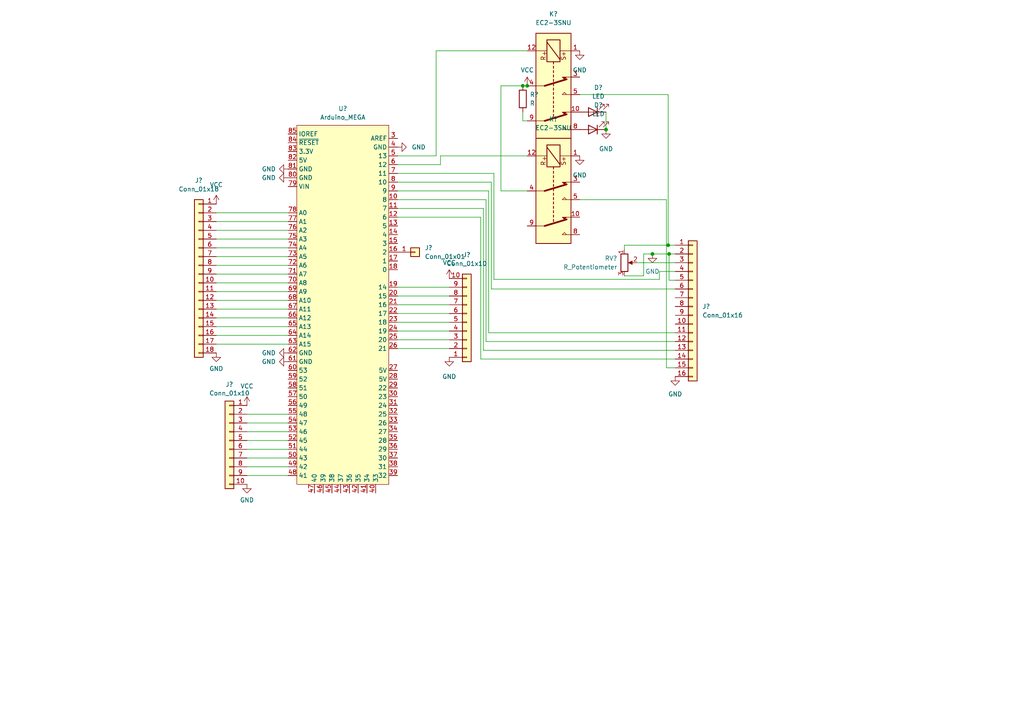
<source format=kicad_sch>
(kicad_sch (version 20211123) (generator eeschema)
  (paper "A4")
  (lib_symbols
    (symbol "Connector_Generic:Conn_01x01" (pin_names (offset 1.016) hide)
      (property "Reference" "J" (at 0 2.54 0))
      (property "Value" "Conn_01x01" (at 0 -2.54 0))
      (symbol "Conn_01x01_1_1"
        (rectangle (start -1.27 0.127) (end 0 -0.127) (stroke (width 0.1524)))
        (rectangle (start -1.27 1.27) (end 1.27 -1.27) (stroke (width 0.254)) (fill (type background)))
        (pin passive line (at -5.08 0 0) (length 3.81) (name "Pin_1") (number "1"))
      )
    )
    (symbol "Connector_Generic:Conn_01x10" (pin_names (offset 1.016) hide)
      (property "Reference" "J" (at 0 12.7 0))
      (property "Value" "Conn_01x10" (at 0 -15.24 0))
      (symbol "Conn_01x10_1_1"
        (rectangle (start -1.27 -12.573) (end 0 -12.827) (stroke (width 0.1524)))
        (rectangle (start -1.27 -10.033) (end 0 -10.287) (stroke (width 0.1524)))
        (rectangle (start -1.27 -7.493) (end 0 -7.747) (stroke (width 0.1524)))
        (rectangle (start -1.27 -4.953) (end 0 -5.207) (stroke (width 0.1524)))
        (rectangle (start -1.27 -2.413) (end 0 -2.667) (stroke (width 0.1524)))
        (rectangle (start -1.27 0.127) (end 0 -0.127) (stroke (width 0.1524)))
        (rectangle (start -1.27 2.667) (end 0 2.413) (stroke (width 0.1524)))
        (rectangle (start -1.27 5.207) (end 0 4.953) (stroke (width 0.1524)))
        (rectangle (start -1.27 7.747) (end 0 7.493) (stroke (width 0.1524)))
        (rectangle (start -1.27 10.287) (end 0 10.033) (stroke (width 0.1524)))
        (rectangle (start -1.27 11.43) (end 1.27 -13.97) (stroke (width 0.254)) (fill (type background)))
        (pin passive line (at -5.08 10.16 0) (length 3.81) (name "Pin_1") (number "1"))
        (pin passive line (at -5.08 -12.7 0) (length 3.81) (name "Pin_10") (number "10"))
        (pin passive line (at -5.08 7.62 0) (length 3.81) (name "Pin_2") (number "2"))
        (pin passive line (at -5.08 5.08 0) (length 3.81) (name "Pin_3") (number "3"))
        (pin passive line (at -5.08 2.54 0) (length 3.81) (name "Pin_4") (number "4"))
        (pin passive line (at -5.08 0 0) (length 3.81) (name "Pin_5") (number "5"))
        (pin passive line (at -5.08 -2.54 0) (length 3.81) (name "Pin_6") (number "6"))
        (pin passive line (at -5.08 -5.08 0) (length 3.81) (name "Pin_7") (number "7"))
        (pin passive line (at -5.08 -7.62 0) (length 3.81) (name "Pin_8") (number "8"))
        (pin passive line (at -5.08 -10.16 0) (length 3.81) (name "Pin_9") (number "9"))
      )
    )
    (symbol "Connector_Generic:Conn_01x16" (pin_names (offset 1.016) hide)
      (property "Reference" "J" (at 0 20.32 0))
      (property "Value" "Conn_01x16" (at 0 -22.86 0))
      (symbol "Conn_01x16_1_1"
        (rectangle (start -1.27 -20.193) (end 0 -20.447) (stroke (width 0.1524)))
        (rectangle (start -1.27 -17.653) (end 0 -17.907) (stroke (width 0.1524)))
        (rectangle (start -1.27 -15.113) (end 0 -15.367) (stroke (width 0.1524)))
        (rectangle (start -1.27 -12.573) (end 0 -12.827) (stroke (width 0.1524)))
        (rectangle (start -1.27 -10.033) (end 0 -10.287) (stroke (width 0.1524)))
        (rectangle (start -1.27 -7.493) (end 0 -7.747) (stroke (width 0.1524)))
        (rectangle (start -1.27 -4.953) (end 0 -5.207) (stroke (width 0.1524)))
        (rectangle (start -1.27 -2.413) (end 0 -2.667) (stroke (width 0.1524)))
        (rectangle (start -1.27 0.127) (end 0 -0.127) (stroke (width 0.1524)))
        (rectangle (start -1.27 2.667) (end 0 2.413) (stroke (width 0.1524)))
        (rectangle (start -1.27 5.207) (end 0 4.953) (stroke (width 0.1524)))
        (rectangle (start -1.27 7.747) (end 0 7.493) (stroke (width 0.1524)))
        (rectangle (start -1.27 10.287) (end 0 10.033) (stroke (width 0.1524)))
        (rectangle (start -1.27 12.827) (end 0 12.573) (stroke (width 0.1524)))
        (rectangle (start -1.27 15.367) (end 0 15.113) (stroke (width 0.1524)))
        (rectangle (start -1.27 17.907) (end 0 17.653) (stroke (width 0.1524)))
        (rectangle (start -1.27 19.05) (end 1.27 -21.59) (stroke (width 0.254)) (fill (type background)))
        (pin passive line (at -5.08 17.78 0) (length 3.81) (name "Pin_1") (number "1"))
        (pin passive line (at -5.08 -5.08 0) (length 3.81) (name "Pin_10") (number "10"))
        (pin passive line (at -5.08 -7.62 0) (length 3.81) (name "Pin_11") (number "11"))
        (pin passive line (at -5.08 -10.16 0) (length 3.81) (name "Pin_12") (number "12"))
        (pin passive line (at -5.08 -12.7 0) (length 3.81) (name "Pin_13") (number "13"))
        (pin passive line (at -5.08 -15.24 0) (length 3.81) (name "Pin_14") (number "14"))
        (pin passive line (at -5.08 -17.78 0) (length 3.81) (name "Pin_15") (number "15"))
        (pin passive line (at -5.08 -20.32 0) (length 3.81) (name "Pin_16") (number "16"))
        (pin passive line (at -5.08 15.24 0) (length 3.81) (name "Pin_2") (number "2"))
        (pin passive line (at -5.08 12.7 0) (length 3.81) (name "Pin_3") (number "3"))
        (pin passive line (at -5.08 10.16 0) (length 3.81) (name "Pin_4") (number "4"))
        (pin passive line (at -5.08 7.62 0) (length 3.81) (name "Pin_5") (number "5"))
        (pin passive line (at -5.08 5.08 0) (length 3.81) (name "Pin_6") (number "6"))
        (pin passive line (at -5.08 2.54 0) (length 3.81) (name "Pin_7") (number "7"))
        (pin passive line (at -5.08 0 0) (length 3.81) (name "Pin_8") (number "8"))
        (pin passive line (at -5.08 -2.54 0) (length 3.81) (name "Pin_9") (number "9"))
      )
    )
    (symbol "Connector_Generic:Conn_01x18" (pin_names (offset 1.016) hide)
      (property "Reference" "J" (at 0 22.86 0))
      (property "Value" "Conn_01x18" (at 0 -25.4 0))
      (symbol "Conn_01x18_1_1"
        (rectangle (start -1.27 -22.733) (end 0 -22.987) (stroke (width 0.1524)))
        (rectangle (start -1.27 -20.193) (end 0 -20.447) (stroke (width 0.1524)))
        (rectangle (start -1.27 -17.653) (end 0 -17.907) (stroke (width 0.1524)))
        (rectangle (start -1.27 -15.113) (end 0 -15.367) (stroke (width 0.1524)))
        (rectangle (start -1.27 -12.573) (end 0 -12.827) (stroke (width 0.1524)))
        (rectangle (start -1.27 -10.033) (end 0 -10.287) (stroke (width 0.1524)))
        (rectangle (start -1.27 -7.493) (end 0 -7.747) (stroke (width 0.1524)))
        (rectangle (start -1.27 -4.953) (end 0 -5.207) (stroke (width 0.1524)))
        (rectangle (start -1.27 -2.413) (end 0 -2.667) (stroke (width 0.1524)))
        (rectangle (start -1.27 0.127) (end 0 -0.127) (stroke (width 0.1524)))
        (rectangle (start -1.27 2.667) (end 0 2.413) (stroke (width 0.1524)))
        (rectangle (start -1.27 5.207) (end 0 4.953) (stroke (width 0.1524)))
        (rectangle (start -1.27 7.747) (end 0 7.493) (stroke (width 0.1524)))
        (rectangle (start -1.27 10.287) (end 0 10.033) (stroke (width 0.1524)))
        (rectangle (start -1.27 12.827) (end 0 12.573) (stroke (width 0.1524)))
        (rectangle (start -1.27 15.367) (end 0 15.113) (stroke (width 0.1524)))
        (rectangle (start -1.27 17.907) (end 0 17.653) (stroke (width 0.1524)))
        (rectangle (start -1.27 20.447) (end 0 20.193) (stroke (width 0.1524)))
        (rectangle (start -1.27 21.59) (end 1.27 -24.13) (stroke (width 0.254)) (fill (type background)))
        (pin passive line (at -5.08 20.32 0) (length 3.81) (name "Pin_1") (number "1"))
        (pin passive line (at -5.08 -2.54 0) (length 3.81) (name "Pin_10") (number "10"))
        (pin passive line (at -5.08 -5.08 0) (length 3.81) (name "Pin_11") (number "11"))
        (pin passive line (at -5.08 -7.62 0) (length 3.81) (name "Pin_12") (number "12"))
        (pin passive line (at -5.08 -10.16 0) (length 3.81) (name "Pin_13") (number "13"))
        (pin passive line (at -5.08 -12.7 0) (length 3.81) (name "Pin_14") (number "14"))
        (pin passive line (at -5.08 -15.24 0) (length 3.81) (name "Pin_15") (number "15"))
        (pin passive line (at -5.08 -17.78 0) (length 3.81) (name "Pin_16") (number "16"))
        (pin passive line (at -5.08 -20.32 0) (length 3.81) (name "Pin_17") (number "17"))
        (pin passive line (at -5.08 -22.86 0) (length 3.81) (name "Pin_18") (number "18"))
        (pin passive line (at -5.08 17.78 0) (length 3.81) (name "Pin_2") (number "2"))
        (pin passive line (at -5.08 15.24 0) (length 3.81) (name "Pin_3") (number "3"))
        (pin passive line (at -5.08 12.7 0) (length 3.81) (name "Pin_4") (number "4"))
        (pin passive line (at -5.08 10.16 0) (length 3.81) (name "Pin_5") (number "5"))
        (pin passive line (at -5.08 7.62 0) (length 3.81) (name "Pin_6") (number "6"))
        (pin passive line (at -5.08 5.08 0) (length 3.81) (name "Pin_7") (number "7"))
        (pin passive line (at -5.08 2.54 0) (length 3.81) (name "Pin_8") (number "8"))
        (pin passive line (at -5.08 0 0) (length 3.81) (name "Pin_9") (number "9"))
      )
    )
    (symbol "Device:LED" (pin_numbers hide) (pin_names (offset 1.016) hide)
      (property "Reference" "D" (at 0 2.54 0))
      (property "Value" "LED" (at 0 -2.54 0))
      (symbol "LED_0_1"
        (polyline (pts (xy -1.27 -1.27) (xy -1.27 1.27)) (stroke (width 0.254)))
        (polyline (pts (xy -1.27 0) (xy 1.27 0)))
        (polyline (pts (xy 1.27 -1.27) (xy 1.27 1.27) (xy -1.27 0) (xy 1.27 -1.27)) (stroke (width 0.254)))
        (polyline (pts (xy -3.048 -0.762) (xy -4.572 -2.286) (xy -3.81 -2.286) (xy -4.572 -2.286) (xy -4.572 -1.524)))
        (polyline (pts (xy -1.778 -0.762) (xy -3.302 -2.286) (xy -2.54 -2.286) (xy -3.302 -2.286) (xy -3.302 -1.524)))
      )
      (symbol "LED_1_1"
        (pin passive line (at -3.81 0 0) (length 2.54) (name "K") (number "1"))
        (pin passive line (at 3.81 0 180) (length 2.54) (name "A") (number "2"))
      )
    )
    (symbol "Device:R" (pin_numbers hide) (pin_names (offset 0))
      (property "Reference" "R" (at 2.032 0 90))
      (property "Value" "R" (at 0 0 90))
      (symbol "R_0_1"
        (rectangle (start -1.016 -2.54) (end 1.016 2.54) (stroke (width 0.254)))
      )
      (symbol "R_1_1"
        (pin passive line (at 0 3.81 270) (length 1.27) (name "~") (number "1"))
        (pin passive line (at 0 -3.81 90) (length 1.27) (name "~") (number "2"))
      )
    )
    (symbol "Device:R_Potentiometer" (pin_names (offset 1.016) hide)
      (property "Reference" "RV" (at -4.445 0 90))
      (property "Value" "R_Potentiometer" (at -2.54 0 90))
      (symbol "R_Potentiometer_0_1"
        (polyline (pts (xy 2.54 0) (xy 1.524 0)))
        (polyline (pts (xy 1.143 0) (xy 2.286 0.508) (xy 2.286 -0.508) (xy 1.143 0)) (fill (type outline)))
        (rectangle (start 1.016 2.54) (end -1.016 -2.54) (stroke (width 0.254)))
      )
      (symbol "R_Potentiometer_1_1"
        (pin passive line (at 0 3.81 270) (length 1.27) (name "1") (number "1"))
        (pin passive line (at 3.81 0 180) (length 1.27) (name "2") (number "2"))
        (pin passive line (at 0 -3.81 90) (length 1.27) (name "3") (number "3"))
      )
    )
    (symbol "MyCustomLib:Arduino_MEGA"
      (property "Reference" "U" (at 0 0 0))
      (property "Value" "Arduino_MEGA" (at 0 0 0))
      (symbol "Arduino_MEGA_0_1"
        (rectangle (start -6.35 -5.08) (end 20.32 -109.22) (fill (type background)))
      )
      (symbol "Arduino_MEGA_1_1"
        (pin bidirectional line (at 22.86 -26.67 180) (length 2.54) (name "8") (number "10"))
        (pin bidirectional line (at 22.86 -29.21 180) (length 2.54) (name "7") (number "11"))
        (pin bidirectional line (at 22.86 -31.75 180) (length 2.54) (name "6") (number "12"))
        (pin bidirectional line (at 22.86 -34.29 180) (length 2.54) (name "5") (number "13"))
        (pin bidirectional line (at 22.86 -36.83 180) (length 2.54) (name "4") (number "14"))
        (pin bidirectional line (at 22.86 -39.37 180) (length 2.54) (name "3") (number "15"))
        (pin bidirectional line (at 22.86 -41.91 180) (length 2.54) (name "2") (number "16"))
        (pin bidirectional line (at 22.86 -44.45 180) (length 2.54) (name "1") (number "17"))
        (pin bidirectional line (at 22.86 -46.99 180) (length 2.54) (name "0") (number "18"))
        (pin bidirectional line (at 22.86 -52.07 180) (length 2.54) (name "14") (number "19"))
        (pin bidirectional line (at 22.86 -54.61 180) (length 2.54) (name "15") (number "20"))
        (pin bidirectional line (at 22.86 -57.15 180) (length 2.54) (name "16") (number "21"))
        (pin bidirectional line (at 22.86 -59.69 180) (length 2.54) (name "17") (number "22"))
        (pin bidirectional line (at 22.86 -62.23 180) (length 2.54) (name "18") (number "23"))
        (pin bidirectional line (at 22.86 -64.77 180) (length 2.54) (name "19") (number "24"))
        (pin bidirectional line (at 22.86 -67.31 180) (length 2.54) (name "20") (number "25"))
        (pin bidirectional line (at 22.86 -69.85 180) (length 2.54) (name "21") (number "26"))
        (pin power_in line (at 22.86 -76.2 180) (length 2.54) (name "5V") (number "27"))
        (pin power_in line (at 22.86 -78.74 180) (length 2.54) (name "5V") (number "28"))
        (pin bidirectional line (at 22.86 -81.28 180) (length 2.54) (name "22") (number "29"))
        (pin bidirectional line (at 22.86 -8.89 180) (length 2.54) (name "AREF") (number "3"))
        (pin bidirectional line (at 22.86 -83.82 180) (length 2.54) (name "23") (number "30"))
        (pin bidirectional line (at 22.86 -86.36 180) (length 2.54) (name "24") (number "31"))
        (pin bidirectional line (at 22.86 -88.9 180) (length 2.54) (name "25") (number "32"))
        (pin bidirectional line (at 22.86 -91.44 180) (length 2.54) (name "26") (number "33"))
        (pin bidirectional line (at 22.86 -93.98 180) (length 2.54) (name "27") (number "34"))
        (pin bidirectional line (at 22.86 -96.52 180) (length 2.54) (name "28") (number "35"))
        (pin bidirectional line (at 22.86 -99.06 180) (length 2.54) (name "29") (number "36"))
        (pin bidirectional line (at 22.86 -101.6 180) (length 2.54) (name "30") (number "37"))
        (pin bidirectional line (at 22.86 -104.14 180) (length 2.54) (name "31") (number "38"))
        (pin bidirectional line (at 22.86 -106.68 180) (length 2.54) (name "32") (number "39"))
        (pin bidirectional line (at 22.86 -11.43 180) (length 2.54) (name "GND") (number "4"))
        (pin bidirectional line (at 16.51 -111.76 90) (length 2.54) (name "33") (number "40"))
        (pin bidirectional line (at 13.97 -111.76 90) (length 2.54) (name "34") (number "41"))
        (pin bidirectional line (at 11.43 -111.76 90) (length 2.54) (name "35") (number "42"))
        (pin bidirectional line (at 8.89 -111.76 90) (length 2.54) (name "36") (number "43"))
        (pin bidirectional line (at 6.35 -111.76 90) (length 2.54) (name "37") (number "44"))
        (pin bidirectional line (at 3.81 -111.76 90) (length 2.54) (name "38") (number "45"))
        (pin bidirectional line (at 1.27 -111.76 90) (length 2.54) (name "39") (number "46"))
        (pin bidirectional line (at -1.27 -111.76 90) (length 2.54) (name "40") (number "47"))
        (pin bidirectional line (at -8.89 -106.68 0) (length 2.54) (name "41") (number "48"))
        (pin bidirectional line (at -8.89 -104.14 0) (length 2.54) (name "42") (number "49"))
        (pin bidirectional line (at 22.86 -13.97 180) (length 2.54) (name "13") (number "5"))
        (pin bidirectional line (at -8.89 -101.6 0) (length 2.54) (name "43") (number "50"))
        (pin bidirectional line (at -8.89 -99.06 0) (length 2.54) (name "44") (number "51"))
        (pin bidirectional line (at -8.89 -96.52 0) (length 2.54) (name "45") (number "52"))
        (pin bidirectional line (at -8.89 -93.98 0) (length 2.54) (name "46") (number "53"))
        (pin bidirectional line (at -8.89 -91.44 0) (length 2.54) (name "47") (number "54"))
        (pin bidirectional line (at -8.89 -88.9 0) (length 2.54) (name "48") (number "55"))
        (pin bidirectional line (at -8.89 -86.36 0) (length 2.54) (name "49") (number "56"))
        (pin bidirectional line (at -8.89 -83.82 0) (length 2.54) (name "50") (number "57"))
        (pin bidirectional line (at -8.89 -81.28 0) (length 2.54) (name "51") (number "58"))
        (pin bidirectional line (at -8.89 -78.74 0) (length 2.54) (name "52") (number "59"))
        (pin bidirectional line (at 22.86 -16.51 180) (length 2.54) (name "12") (number "6"))
        (pin bidirectional line (at -8.89 -76.2 0) (length 2.54) (name "53") (number "60"))
        (pin power_out line (at -8.89 -73.66 0) (length 2.54) (name "GND") (number "61"))
        (pin power_out line (at -8.89 -71.12 0) (length 2.54) (name "GND") (number "62"))
        (pin bidirectional line (at -8.89 -68.58 0) (length 2.54) (name "A15") (number "63"))
        (pin bidirectional line (at -8.89 -66.04 0) (length 2.54) (name "A14") (number "64"))
        (pin bidirectional line (at -8.89 -63.5 0) (length 2.54) (name "A13") (number "65"))
        (pin bidirectional line (at -8.89 -60.96 0) (length 2.54) (name "A12") (number "66"))
        (pin bidirectional line (at -8.89 -58.42 0) (length 2.54) (name "A11") (number "67"))
        (pin bidirectional line (at -8.89 -55.88 0) (length 2.54) (name "A10") (number "68"))
        (pin bidirectional line (at -8.89 -53.34 0) (length 2.54) (name "A9") (number "69"))
        (pin bidirectional line (at 22.86 -19.05 180) (length 2.54) (name "11") (number "7"))
        (pin bidirectional line (at -8.89 -50.8 0) (length 2.54) (name "A8") (number "70"))
        (pin bidirectional line (at -8.89 -48.26 0) (length 2.54) (name "A7") (number "71"))
        (pin bidirectional line (at -8.89 -45.72 0) (length 2.54) (name "A6") (number "72"))
        (pin bidirectional line (at -8.89 -43.18 0) (length 2.54) (name "A5") (number "73"))
        (pin bidirectional line (at -8.89 -40.64 0) (length 2.54) (name "A4") (number "74"))
        (pin bidirectional line (at -8.89 -38.1 0) (length 2.54) (name "A3") (number "75"))
        (pin bidirectional line (at -8.89 -35.56 0) (length 2.54) (name "A2") (number "76"))
        (pin bidirectional line (at -8.89 -33.02 0) (length 2.54) (name "A1") (number "77"))
        (pin bidirectional line (at -8.89 -30.48 0) (length 2.54) (name "A0") (number "78"))
        (pin power_in line (at -8.89 -22.86 0) (length 2.54) (name "VIN") (number "79"))
        (pin bidirectional line (at 22.86 -21.59 180) (length 2.54) (name "10") (number "8"))
        (pin power_in line (at -8.89 -20.32 0) (length 2.54) (name "GND") (number "80"))
        (pin power_in line (at -8.89 -17.78 0) (length 2.54) (name "GND") (number "81"))
        (pin power_in line (at -8.89 -15.24 0) (length 2.54) (name "5V") (number "82"))
        (pin power_in line (at -8.89 -12.7 0) (length 2.54) (name "3.3V") (number "83"))
        (pin input line (at -8.89 -10.16 0) (length 2.54) (name "~{RESET}") (number "84"))
        (pin input line (at -8.89 -7.62 0) (length 2.54) (name "IOREF") (number "85"))
        (pin bidirectional line (at 22.86 -24.13 180) (length 2.54) (name "9") (number "9"))
      )
    )
    (symbol "Relay:EC2-3SNU"
      (property "Reference" "K" (at 15.24 8.89 0))
      (property "Value" "EC2-3SNU" (at 19.05 6.35 0))
      (symbol "EC2-3SNU_0_0"
        (text "S" (at -8.001 2.921 0) (effects (font (size 1.27 1.27))))
      )
      (symbol "EC2-3SNU_1_1"
        (rectangle (start -15.24 5.08) (end 15.24 -5.08) (stroke (width 0.254)) (fill (type background)))
        (rectangle (start -13.335 1.905) (end -6.985 -1.905) (stroke (width 0.254)))
        (polyline (pts (xy -12.7 -1.905) (xy -7.62 1.905)) (stroke (width 0.254)))
        (polyline (pts (xy -10.16 -5.08) (xy -10.16 -1.905)))
        (polyline (pts (xy -10.16 5.08) (xy -10.16 1.905)))
        (polyline (pts (xy -6.985 0) (xy -6.35 0)) (stroke (width 0.254)))
        (polyline (pts (xy -5.715 0) (xy -5.08 0)) (stroke (width 0.254)))
        (polyline (pts (xy -4.445 0) (xy -3.81 0)) (stroke (width 0.254)))
        (polyline (pts (xy -3.175 0) (xy -2.54 0)) (stroke (width 0.254)))
        (polyline (pts (xy -1.905 0) (xy -1.27 0)) (stroke (width 0.254)))
        (polyline (pts (xy -0.635 0) (xy 0 0)) (stroke (width 0.254)))
        (polyline (pts (xy 0 -2.54) (xy -1.905 3.81)) (stroke (width 0.508)))
        (polyline (pts (xy 0 -2.54) (xy 0 -5.08)))
        (polyline (pts (xy 0.635 0) (xy 1.27 0)) (stroke (width 0.254)))
        (polyline (pts (xy 1.905 0) (xy 2.54 0)) (stroke (width 0.254)))
        (polyline (pts (xy 3.175 0) (xy 3.81 0)) (stroke (width 0.254)))
        (polyline (pts (xy 4.445 0) (xy 5.08 0)) (stroke (width 0.254)))
        (polyline (pts (xy 5.715 0) (xy 6.35 0)) (stroke (width 0.254)))
        (polyline (pts (xy 6.985 0) (xy 7.62 0)) (stroke (width 0.254)))
        (polyline (pts (xy 8.255 0) (xy 8.89 0)) (stroke (width 0.254)))
        (polyline (pts (xy 10.16 -2.54) (xy 8.255 3.81)) (stroke (width 0.508)))
        (polyline (pts (xy 10.16 -2.54) (xy 10.16 -5.08)))
        (polyline (pts (xy -2.54 5.08) (xy -2.54 2.54) (xy -1.905 3.175) (xy -2.54 3.81)) (fill (type outline)))
        (polyline (pts (xy 2.54 5.08) (xy 2.54 2.54) (xy 1.905 3.175) (xy 2.54 3.81)))
        (polyline (pts (xy 7.62 5.08) (xy 7.62 2.54) (xy 8.255 3.175) (xy 7.62 3.81)) (fill (type outline)))
        (polyline (pts (xy 12.7 5.08) (xy 12.7 2.54) (xy 12.065 3.175) (xy 12.7 3.81)))
        (text "+" (at -9.398 -2.667 0) (effects (font (size 1.27 1.27))))
        (text "+" (at -9.271 2.921 0) (effects (font (size 1.27 1.27))))
        (text "R" (at -8.001 -2.921 0) (effects (font (size 1.27 1.27))))
        (pin passive line (at -10.16 7.62 270) (length 2.54) (name "~") (number "1"))
        (pin passive line (at 7.62 7.62 270) (length 2.54) (name "~") (number "10"))
        (pin passive line (at -10.16 -7.62 90) (length 2.54) (name "~") (number "12"))
        (pin passive line (at -2.54 7.62 270) (length 2.54) (name "~") (number "3"))
        (pin passive line (at 0 -7.62 90) (length 2.54) (name "~") (number "4"))
        (pin passive line (at 2.54 7.62 270) (length 2.54) (name "~") (number "5"))
        (pin passive line (at 12.7 7.62 270) (length 2.54) (name "~") (number "8"))
        (pin passive line (at 10.16 -7.62 90) (length 2.54) (name "~") (number "9"))
      )
    )
    (symbol "power:GND" (power) (pin_names (offset 0))
      (property "Value" "GND" (at 0 -3.81 0))
      (symbol "GND_0_1"
        (polyline (pts (xy 0 0) (xy 0 -1.27) (xy 1.27 -1.27) (xy 0 -2.54) (xy -1.27 -1.27) (xy 0 -1.27)))
      )
      (symbol "GND_1_1"
        (pin power_in line (at 0 0 270) (length 0) hide (name "GND") (number "1"))
      )
    )
    (symbol "power:VCC" (power) (pin_names (offset 0))
      (property "Value" "VCC" (at 0 3.81 0))
      (symbol "VCC_0_1"
        (polyline (pts (xy -0.762 1.27) (xy 0 2.54)))
        (polyline (pts (xy 0 0) (xy 0 2.54)))
        (polyline (pts (xy 0 2.54) (xy 0.762 1.27)))
      )
      (symbol "VCC_1_1"
        (pin power_in line (at 0 0 90) (length 0) hide (name "VCC") (number "1"))
      )
    )
  )
  (junction (at 193.802 71.12))
  (junction (at 152.908 24.892))
  (junction (at 189.23 73.66))
  (junction (at 151.638 24.892))
  (junction (at 175.768 37.592))
  (junction (at 194.056 73.66))
  (wire (pts (xy 142.494 52.832) (xy 115.316 52.832)))
  (wire (pts (xy 140.208 60.452) (xy 140.208 101.6)))
  (wire (pts (xy 71.628 125.222) (xy 83.566 125.222)))
  (wire (pts (xy 62.738 74.422) (xy 83.566 74.422)))
  (wire (pts (xy 130.302 90.932) (xy 115.316 90.932)))
  (wire (pts (xy 195.834 78.74) (xy 191.262 78.74)))
  (wire (pts (xy 62.738 99.822) (xy 83.566 99.822)))
  (wire (pts (xy 71.628 137.922) (xy 83.566 137.922)))
  (wire (pts (xy 140.97 57.912) (xy 140.97 99.06)))
  (wire (pts (xy 62.738 82.042) (xy 83.566 82.042)))
  (wire (pts (xy 195.834 101.6) (xy 140.208 101.6)))
  (wire (pts (xy 139.446 62.992) (xy 115.316 62.992)))
  (wire (pts (xy 152.908 24.892) (xy 151.638 24.892)))
  (wire (pts (xy 126.492 14.732) (xy 152.908 14.732)))
  (wire (pts (xy 193.802 71.12) (xy 195.834 71.12)))
  (wire (pts (xy 195.834 81.28) (xy 194.056 81.28)))
  (wire (pts (xy 175.768 32.512) (xy 175.768 37.592)))
  (wire (pts (xy 195.834 104.14) (xy 139.446 104.14)))
  (wire (pts (xy 141.732 96.52) (xy 195.834 96.52)))
  (wire (pts (xy 145.288 55.372) (xy 152.908 55.372)))
  (wire (pts (xy 193.802 27.432) (xy 193.802 71.12)))
  (wire (pts (xy 141.732 55.372) (xy 141.732 96.52)))
  (wire (pts (xy 115.316 55.372) (xy 141.732 55.372)))
  (wire (pts (xy 145.288 24.892) (xy 145.288 55.372)))
  (wire (pts (xy 140.97 99.06) (xy 195.834 99.06)))
  (wire (pts (xy 151.638 24.892) (xy 145.288 24.892)))
  (wire (pts (xy 62.738 66.802) (xy 83.566 66.802)))
  (wire (pts (xy 115.316 47.752) (xy 127.762 47.752)))
  (wire (pts (xy 71.628 122.682) (xy 83.566 122.682)))
  (wire (pts (xy 62.738 79.502) (xy 83.566 79.502)))
  (wire (pts (xy 142.494 52.832) (xy 142.494 83.82)))
  (wire (pts (xy 189.23 73.66) (xy 194.056 73.66)))
  (wire (pts (xy 143.256 81.026) (xy 143.256 50.292)))
  (wire (pts (xy 186.69 80.01) (xy 186.69 73.66)))
  (wire (pts (xy 62.738 92.202) (xy 83.566 92.202)))
  (wire (pts (xy 62.738 61.722) (xy 83.566 61.722)))
  (wire (pts (xy 151.638 35.052) (xy 152.908 35.052)))
  (wire (pts (xy 130.302 101.092) (xy 115.316 101.092)))
  (wire (pts (xy 193.802 71.12) (xy 181.102 71.12)))
  (wire (pts (xy 195.834 83.82) (xy 142.494 83.82)))
  (wire (pts (xy 62.738 69.342) (xy 83.566 69.342)))
  (wire (pts (xy 126.492 45.212) (xy 126.492 14.732)))
  (wire (pts (xy 71.628 135.382) (xy 83.566 135.382)))
  (wire (pts (xy 130.302 93.472) (xy 115.316 93.472)))
  (wire (pts (xy 191.262 78.74) (xy 191.262 81.026)))
  (wire (pts (xy 62.738 89.662) (xy 83.566 89.662)))
  (wire (pts (xy 62.738 87.122) (xy 83.566 87.122)))
  (wire (pts (xy 127.762 45.212) (xy 152.908 45.212)))
  (wire (pts (xy 71.628 130.302) (xy 83.566 130.302)))
  (wire (pts (xy 181.102 71.12) (xy 181.102 72.39)))
  (wire (pts (xy 186.69 73.66) (xy 189.23 73.66)))
  (wire (pts (xy 71.628 127.762) (xy 83.566 127.762)))
  (wire (pts (xy 139.446 62.992) (xy 139.446 104.14)))
  (wire (pts (xy 184.912 76.2) (xy 195.834 76.2)))
  (wire (pts (xy 62.738 84.582) (xy 83.566 84.582)))
  (wire (pts (xy 130.302 88.392) (xy 115.316 88.392)))
  (wire (pts (xy 143.256 50.292) (xy 115.316 50.292)))
  (wire (pts (xy 62.738 71.882) (xy 83.566 71.882)))
  (wire (pts (xy 193.294 57.912) (xy 193.294 106.68)))
  (wire (pts (xy 71.628 120.142) (xy 83.566 120.142)))
  (wire (pts (xy 194.056 73.66) (xy 195.834 73.66)))
  (wire (pts (xy 115.316 45.212) (xy 126.492 45.212)))
  (wire (pts (xy 151.638 32.512) (xy 151.638 35.052)))
  (wire (pts (xy 130.302 85.852) (xy 115.316 85.852)))
  (wire (pts (xy 130.302 83.312) (xy 115.316 83.312)))
  (wire (pts (xy 191.262 81.026) (xy 143.256 81.026)))
  (wire (pts (xy 62.738 64.262) (xy 83.566 64.262)))
  (wire (pts (xy 181.102 80.01) (xy 186.69 80.01)))
  (wire (pts (xy 168.148 57.912) (xy 193.294 57.912)))
  (wire (pts (xy 194.056 81.28) (xy 194.056 73.66)))
  (wire (pts (xy 127.762 47.752) (xy 127.762 45.212)))
  (wire (pts (xy 193.294 106.68) (xy 195.834 106.68)))
  (wire (pts (xy 140.97 57.912) (xy 115.316 57.912)))
  (wire (pts (xy 62.738 76.962) (xy 83.566 76.962)))
  (wire (pts (xy 115.316 60.452) (xy 140.208 60.452)))
  (wire (pts (xy 168.148 27.432) (xy 193.802 27.432)))
  (wire (pts (xy 130.302 98.552) (xy 115.316 98.552)))
  (wire (pts (xy 62.738 94.742) (xy 83.566 94.742)))
  (wire (pts (xy 71.628 132.842) (xy 83.566 132.842)))
  (wire (pts (xy 62.738 97.282) (xy 83.566 97.282)))
  (wire (pts (xy 130.302 96.012) (xy 115.316 96.012)))
  (symbol (lib_id "Relay:EC2-3SNU") (at 160.528 24.892 270) (unit 1)
    (property "Reference" "K?" (at 160.528 4.064 90))
    (property "Value" "EC2-3SNU" (at 160.528 6.604 90))
    (property "Footprint" "Relay_THT:Relay_DPDT_Kemet_EC2" (effects hide))
    (property "Datasheet" "https://content.kemet.com/datasheets/KEM_R7002_EC2_EE2.pdf" (effects hide))
  )
  (symbol (lib_id "Connector_Generic:Conn_01x10") (at 66.548 127.762 0) (mirror y) (unit 1)
    (property "Reference" "J?" (at 66.548 111.506 0))
    (property "Value" "Conn_01x10" (at 66.548 114.046 0))
  )
  (symbol (lib_id "power:GND") (at 168.148 14.732 0) (unit 1)
    (property "Reference" "#PWR?" (effects hide))
    (property "Value" "GND" (at 168.148 20.32 0))
  )
  (symbol (lib_id "power:VCC") (at 62.738 59.182 0) (unit 1)
    (property "Reference" "#PWR?" (effects hide))
    (property "Value" "VCC" (at 62.738 53.594 0))
  )
  (symbol (lib_id "power:GND") (at 130.302 103.632 0) (unit 1)
    (property "Reference" "#PWR?" (effects hide))
    (property "Value" "GND" (at 130.302 109.22 0))
  )
  (symbol (lib_id "Relay:EC2-3SNU") (at 160.528 55.372 270) (unit 1)
    (property "Reference" "K?" (at 160.528 34.544 90))
    (property "Value" "EC2-3SNU" (at 160.528 37.084 90))
    (property "Footprint" "Relay_THT:Relay_DPDT_Kemet_EC2" (effects hide))
    (property "Datasheet" "https://content.kemet.com/datasheets/KEM_R7002_EC2_EE2.pdf" (effects hide))
  )
  (symbol (lib_id "power:GND") (at 115.316 42.672 90) (unit 1)
    (property "Reference" "#PWR?" (effects hide))
    (property "Value" "GND" (at 119.38 42.6719 90) (effects (justify right)))
  )
  (symbol (lib_id "power:GND") (at 168.148 45.212 0) (unit 1)
    (property "Reference" "#PWR?" (effects hide))
    (property "Value" "GND" (at 168.148 50.8 0))
  )
  (symbol (lib_id "Connector_Generic:Conn_01x16") (at 200.914 88.9 0) (unit 1)
    (property "Reference" "J?" (at 203.708 88.8999 0) (effects (justify left)))
    (property "Value" "Conn_01x16" (at 203.708 91.4399 0) (effects (justify left)))
  )
  (symbol (lib_id "power:GND") (at 83.566 49.022 270) (unit 1)
    (property "Reference" "#PWR?" (effects hide))
    (property "Value" "GND" (at 80.01 49.0219 90) (effects (justify right)))
  )
  (symbol (lib_id "Device:R") (at 151.638 28.702 0) (unit 1)
    (property "Reference" "R?" (at 153.67 27.4319 0) (effects (justify left)))
    (property "Value" "R" (at 153.67 29.9719 0) (effects (justify left)))
  )
  (symbol (lib_id "Connector_Generic:Conn_01x01") (at 120.396 73.152 0) (unit 1)
    (property "Reference" "J?" (at 123.19 71.8819 0) (effects (justify left)))
    (property "Value" "Conn_01x01" (at 123.19 74.4219 0) (effects (justify left)))
  )
  (symbol (lib_id "power:GND") (at 83.566 102.362 270) (unit 1)
    (property "Reference" "#PWR?" (effects hide))
    (property "Value" "GND" (at 80.01 102.3619 90) (effects (justify right)))
  )
  (symbol (lib_id "Connector_Generic:Conn_01x18") (at 57.658 79.502 0) (mirror y) (unit 1)
    (property "Reference" "J?" (at 57.658 52.324 0))
    (property "Value" "Conn_01x18" (at 57.658 54.864 0))
  )
  (symbol (lib_id "power:GND") (at 83.566 51.562 270) (unit 1)
    (property "Reference" "#PWR?" (effects hide))
    (property "Value" "GND" (at 80.01 51.5619 90) (effects (justify right)))
  )
  (symbol (lib_id "power:GND") (at 195.834 109.22 0) (unit 1)
    (property "Reference" "#PWR?" (effects hide))
    (property "Value" "GND" (at 195.834 114.3 0))
  )
  (symbol (lib_id "power:GND") (at 175.768 37.592 0) (unit 1)
    (property "Reference" "#PWR?" (effects hide))
    (property "Value" "GND" (at 175.768 43.18 0))
  )
  (symbol (lib_id "power:GND") (at 71.628 140.462 0) (unit 1)
    (property "Reference" "#PWR?" (effects hide))
    (property "Value" "GND" (at 71.628 145.034 0))
  )
  (symbol (lib_id "MyCustomLib:Arduino_MEGA") (at 92.456 31.242 0) (unit 1)
    (property "Reference" "U?" (at 99.441 31.496 0))
    (property "Value" "Arduino_MEGA" (at 99.441 34.036 0))
  )
  (symbol (lib_id "power:GND") (at 83.566 104.902 270) (unit 1)
    (property "Reference" "#PWR?" (effects hide))
    (property "Value" "GND" (at 80.01 104.9019 90) (effects (justify right)))
  )
  (symbol (lib_id "power:VCC") (at 130.302 80.772 0) (unit 1)
    (property "Reference" "#PWR?" (effects hide))
    (property "Value" "VCC" (at 130.302 76.2 0))
  )
  (symbol (lib_id "power:GND") (at 62.738 102.362 0) (unit 1)
    (property "Reference" "#PWR?" (effects hide))
    (property "Value" "GND" (at 62.738 106.934 0))
  )
  (symbol (lib_id "Device:LED") (at 171.958 32.512 180) (unit 1)
    (property "Reference" "D?" (at 173.5455 25.4 0))
    (property "Value" "LED" (at 173.5455 27.94 0))
  )
  (symbol (lib_id "power:VCC") (at 152.908 24.892 0) (unit 1)
    (property "Reference" "#PWR?" (effects hide))
    (property "Value" "VCC" (at 152.908 20.32 0))
  )
  (symbol (lib_id "power:VCC") (at 71.628 117.602 0) (unit 1)
    (property "Reference" "#PWR?" (effects hide))
    (property "Value" "VCC" (at 71.628 112.014 0))
  )
  (symbol (lib_id "Device:LED") (at 171.958 37.592 180) (unit 1)
    (property "Reference" "D?" (at 173.5455 30.48 0))
    (property "Value" "LED" (at 173.5455 33.02 0))
  )
  (symbol (lib_id "Connector_Generic:Conn_01x10") (at 135.382 93.472 0) (mirror x) (unit 1)
    (property "Reference" "J?" (at 135.382 73.914 0))
    (property "Value" "Conn_01x10" (at 135.382 76.454 0))
  )
  (symbol (lib_id "Device:R_Potentiometer") (at 181.102 76.2 0) (unit 1)
    (property "Reference" "RV?" (at 179.07 74.9299 0) (effects (justify right)))
    (property "Value" "R_Potentiometer" (at 179.07 77.4699 0) (effects (justify right)))
  )
  (symbol (lib_id "power:GND") (at 189.23 73.66 0) (unit 1)
    (property "Reference" "#PWR?" (effects hide))
    (property "Value" "GND" (at 189.23 78.74 0))
  )
)
</source>
